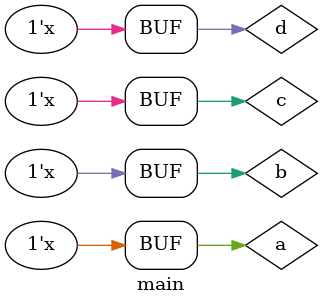
<source format=v>
`timescale 1ns / 1ps
module main;
    // Inputs
    reg a;
    reg b;
    reg c;
    reg d;
    // Outputs
    wire g;
    // Instantiate the Unit Under Test (UUT)
    comparator uut (
        .a(a), .b(b), .c(c), .d(d), .g(g)
    );
    initial
        begin
            a = 0;
            b = 0;
            c = 0;
            d = 0;
        end
    always
        begin
            #50 a = ~a;
        end
    always
        begin
            #100 b = ~b;
        end
    always
        begin
            #200 c = ~c;
        end
    always
        begin
            #400 d = ~d;
        end
endmodule
</source>
